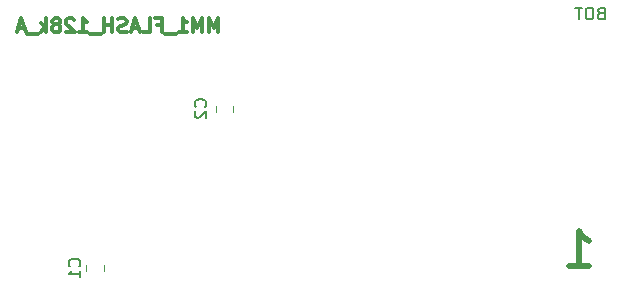
<source format=gbr>
G04 #@! TF.GenerationSoftware,KiCad,Pcbnew,(5.1.8)-1*
G04 #@! TF.CreationDate,2020-11-23T14:14:14+01:00*
G04 #@! TF.ProjectId,MM1_FLASH_128k_A,4d4d315f-464c-4415-9348-5f3132386b5f,R1*
G04 #@! TF.SameCoordinates,PX6b49d20PY52f83c0*
G04 #@! TF.FileFunction,Legend,Bot*
G04 #@! TF.FilePolarity,Positive*
%FSLAX46Y46*%
G04 Gerber Fmt 4.6, Leading zero omitted, Abs format (unit mm)*
G04 Created by KiCad (PCBNEW (5.1.8)-1) date 2020-11-23 14:14:14*
%MOMM*%
%LPD*%
G01*
G04 APERTURE LIST*
%ADD10C,0.150000*%
%ADD11C,0.300000*%
%ADD12C,0.500000*%
%ADD13C,0.120000*%
G04 APERTURE END LIST*
D10*
X50333333Y-1428571D02*
X50190476Y-1476190D01*
X50142857Y-1523809D01*
X50095238Y-1619047D01*
X50095238Y-1761904D01*
X50142857Y-1857142D01*
X50190476Y-1904761D01*
X50285714Y-1952380D01*
X50666666Y-1952380D01*
X50666666Y-952380D01*
X50333333Y-952380D01*
X50238095Y-1000000D01*
X50190476Y-1047619D01*
X50142857Y-1142857D01*
X50142857Y-1238095D01*
X50190476Y-1333333D01*
X50238095Y-1380952D01*
X50333333Y-1428571D01*
X50666666Y-1428571D01*
X49476190Y-952380D02*
X49285714Y-952380D01*
X49190476Y-1000000D01*
X49095238Y-1095238D01*
X49047619Y-1285714D01*
X49047619Y-1619047D01*
X49095238Y-1809523D01*
X49190476Y-1904761D01*
X49285714Y-1952380D01*
X49476190Y-1952380D01*
X49571428Y-1904761D01*
X49666666Y-1809523D01*
X49714285Y-1619047D01*
X49714285Y-1285714D01*
X49666666Y-1095238D01*
X49571428Y-1000000D01*
X49476190Y-952380D01*
X48761904Y-952380D02*
X48190476Y-952380D01*
X48476190Y-1952380D02*
X48476190Y-952380D01*
D11*
X17957142Y-3042857D02*
X17957142Y-1842857D01*
X17557142Y-2700000D01*
X17157142Y-1842857D01*
X17157142Y-3042857D01*
X16585714Y-3042857D02*
X16585714Y-1842857D01*
X16185714Y-2700000D01*
X15785714Y-1842857D01*
X15785714Y-3042857D01*
X14585714Y-3042857D02*
X15271428Y-3042857D01*
X14928571Y-3042857D02*
X14928571Y-1842857D01*
X15042857Y-2014285D01*
X15157142Y-2128571D01*
X15271428Y-2185714D01*
X14357142Y-3157142D02*
X13442857Y-3157142D01*
X12757142Y-2414285D02*
X13157142Y-2414285D01*
X13157142Y-3042857D02*
X13157142Y-1842857D01*
X12585714Y-1842857D01*
X11557142Y-3042857D02*
X12128571Y-3042857D01*
X12128571Y-1842857D01*
X11214285Y-2700000D02*
X10642857Y-2700000D01*
X11328571Y-3042857D02*
X10928571Y-1842857D01*
X10528571Y-3042857D01*
X10185714Y-2985714D02*
X10014285Y-3042857D01*
X9728571Y-3042857D01*
X9614285Y-2985714D01*
X9557142Y-2928571D01*
X9500000Y-2814285D01*
X9500000Y-2700000D01*
X9557142Y-2585714D01*
X9614285Y-2528571D01*
X9728571Y-2471428D01*
X9957142Y-2414285D01*
X10071428Y-2357142D01*
X10128571Y-2300000D01*
X10185714Y-2185714D01*
X10185714Y-2071428D01*
X10128571Y-1957142D01*
X10071428Y-1900000D01*
X9957142Y-1842857D01*
X9671428Y-1842857D01*
X9500000Y-1900000D01*
X8985714Y-3042857D02*
X8985714Y-1842857D01*
X8985714Y-2414285D02*
X8300000Y-2414285D01*
X8300000Y-3042857D02*
X8300000Y-1842857D01*
X8014285Y-3157142D02*
X7100000Y-3157142D01*
X6185714Y-3042857D02*
X6871428Y-3042857D01*
X6528571Y-3042857D02*
X6528571Y-1842857D01*
X6642857Y-2014285D01*
X6757142Y-2128571D01*
X6871428Y-2185714D01*
X5728571Y-1957142D02*
X5671428Y-1900000D01*
X5557142Y-1842857D01*
X5271428Y-1842857D01*
X5157142Y-1900000D01*
X5100000Y-1957142D01*
X5042857Y-2071428D01*
X5042857Y-2185714D01*
X5100000Y-2357142D01*
X5785714Y-3042857D01*
X5042857Y-3042857D01*
X4357142Y-2357142D02*
X4471428Y-2300000D01*
X4528571Y-2242857D01*
X4585714Y-2128571D01*
X4585714Y-2071428D01*
X4528571Y-1957142D01*
X4471428Y-1900000D01*
X4357142Y-1842857D01*
X4128571Y-1842857D01*
X4014285Y-1900000D01*
X3957142Y-1957142D01*
X3900000Y-2071428D01*
X3900000Y-2128571D01*
X3957142Y-2242857D01*
X4014285Y-2300000D01*
X4128571Y-2357142D01*
X4357142Y-2357142D01*
X4471428Y-2414285D01*
X4528571Y-2471428D01*
X4585714Y-2585714D01*
X4585714Y-2814285D01*
X4528571Y-2928571D01*
X4471428Y-2985714D01*
X4357142Y-3042857D01*
X4128571Y-3042857D01*
X4014285Y-2985714D01*
X3957142Y-2928571D01*
X3900000Y-2814285D01*
X3900000Y-2585714D01*
X3957142Y-2471428D01*
X4014285Y-2414285D01*
X4128571Y-2357142D01*
X3385714Y-3042857D02*
X3385714Y-1842857D01*
X3271428Y-2585714D02*
X2928571Y-3042857D01*
X2928571Y-2242857D02*
X3385714Y-2700000D01*
X2700000Y-3157142D02*
X1785714Y-3157142D01*
X1557142Y-2700000D02*
X985714Y-2700000D01*
X1671428Y-3042857D02*
X1271428Y-1842857D01*
X871428Y-3042857D01*
D12*
X47642857Y-22857142D02*
X49357142Y-22857142D01*
X48500000Y-22857142D02*
X48500000Y-19857142D01*
X48785714Y-20285714D01*
X49071428Y-20571428D01*
X49357142Y-20714285D01*
D13*
X6765000Y-22738748D02*
X6765000Y-23261252D01*
X8235000Y-22738748D02*
X8235000Y-23261252D01*
X19235000Y-9761252D02*
X19235000Y-9238748D01*
X17765000Y-9761252D02*
X17765000Y-9238748D01*
D10*
X6177142Y-22833333D02*
X6224761Y-22785714D01*
X6272380Y-22642857D01*
X6272380Y-22547619D01*
X6224761Y-22404761D01*
X6129523Y-22309523D01*
X6034285Y-22261904D01*
X5843809Y-22214285D01*
X5700952Y-22214285D01*
X5510476Y-22261904D01*
X5415238Y-22309523D01*
X5320000Y-22404761D01*
X5272380Y-22547619D01*
X5272380Y-22642857D01*
X5320000Y-22785714D01*
X5367619Y-22833333D01*
X6272380Y-23785714D02*
X6272380Y-23214285D01*
X6272380Y-23500000D02*
X5272380Y-23500000D01*
X5415238Y-23404761D01*
X5510476Y-23309523D01*
X5558095Y-23214285D01*
X16857142Y-9333333D02*
X16904761Y-9285714D01*
X16952380Y-9142857D01*
X16952380Y-9047619D01*
X16904761Y-8904761D01*
X16809523Y-8809523D01*
X16714285Y-8761904D01*
X16523809Y-8714285D01*
X16380952Y-8714285D01*
X16190476Y-8761904D01*
X16095238Y-8809523D01*
X16000000Y-8904761D01*
X15952380Y-9047619D01*
X15952380Y-9142857D01*
X16000000Y-9285714D01*
X16047619Y-9333333D01*
X16047619Y-9714285D02*
X16000000Y-9761904D01*
X15952380Y-9857142D01*
X15952380Y-10095238D01*
X16000000Y-10190476D01*
X16047619Y-10238095D01*
X16142857Y-10285714D01*
X16238095Y-10285714D01*
X16380952Y-10238095D01*
X16952380Y-9666666D01*
X16952380Y-10285714D01*
M02*

</source>
